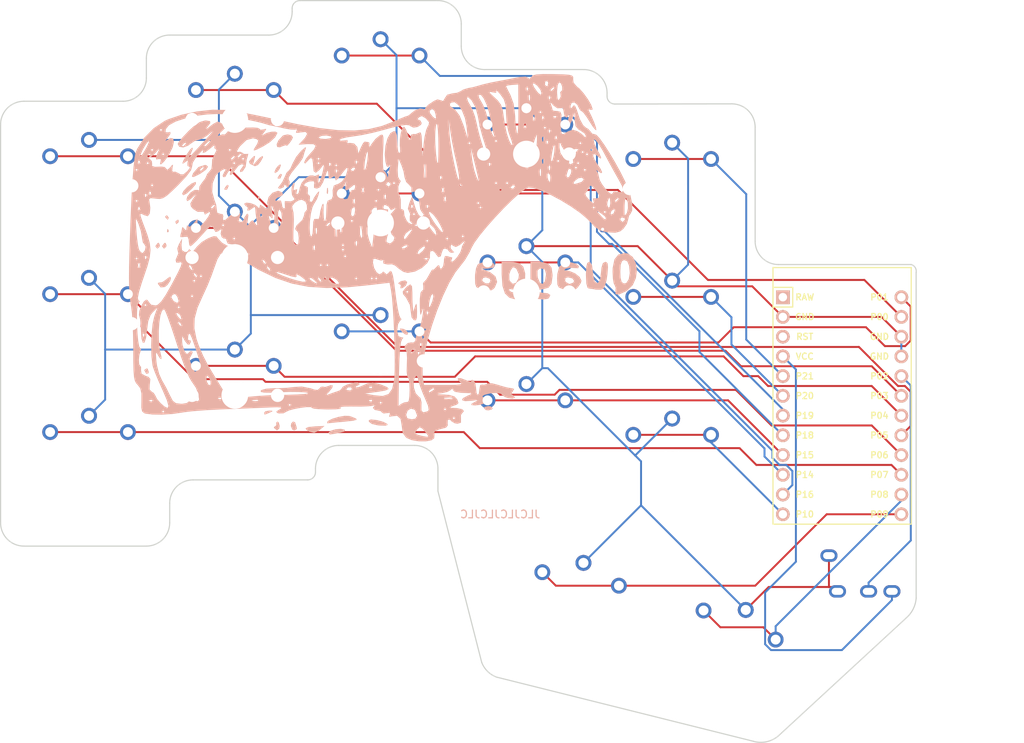
<source format=kicad_pcb>
(kicad_pcb (version 20211014) (generator pcbnew)
  (title_block (title "quagga") (rev "v1.0.0") (company "Unknown"))
  (layers (0 "F.Cu" signal) (31 "B.Cu" signal) (34 "B.Paste" user) (35 "F.Paste" user) (36 "B.SilkS" user "B.Silkscreen") (37 "F.SilkS" user "F.Silkscreen") (38 "B.Mask" user) (39 "F.Mask" user) (44 "Edge.Cuts" user))
  (net 0 "")
  (net 1 "P7")
  (net 2 "GND")
  (net 3 "P6")
  (net 4 "P5")
  (net 5 "P4")
  (net 6 "P3")
  (net 7 "P0")
  (net 8 "P1")
  (net 9 "P19")
  (net 10 "P18")
  (net 11 "P15")
  (net 12 "P14")
  (net 13 "P16")
  (net 14 "P10")
  (net 15 "P20")
  (net 16 "P21")
  (net 17 "P8")
  (net 18 "P9")
  (net 19 "RAW")
  (net 20 "RST")
  (net 21 "VCC")
  (net 22 "P2")
  (footprint "PG1350" (layer "F.Cu") (at 122.555 160.02 -10)
    (fp_text reference "S17" hide)
    (fp_text value "" hide)
    (pad "" np_thru_hole circle locked (at 5.5 0 270) (size 1.7018 1.7018) (drill 1.7018) (layers *.Cu *.Mask))
    (pad "" np_thru_hole circle locked (at 0 0 270) (size 3.429 3.429) (drill 3.429) (layers *.Cu *.Mask))
    (pad "" np_thru_hole circle locked (at -5.5 0 270) (size 1.7018 1.7018) (drill 1.7018) (layers *.Cu *.Mask))
    (pad "1" thru_hole circle locked (at -5 -3.8 270) (size 2.032 2.032) (drill 1.27) (layers *.Cu *.Mask) (net 18 "P9"))
    (pad "1" thru_hole circle locked (at 5 -3.8 270) (size 2.032 2.032) (drill 1.27) (layers *.Cu *.Mask) (net 18 "P9"))
    (pad "2" thru_hole circle locked (at 0 -5.9 270) (size 2.032 2.032) (drill 1.27) (layers *.Cu *.Mask) (net 2 "GND"))
    (pad "2" thru_hole circle locked (at 0 -5.9 270) (size 2.032 2.032) (drill 1.27) (layers *.Cu *.Mask) (net 2 "GND"))
  )
  (footprint "PG1350" (layer "F.Cu") (at 59.99 141.175)
    (fp_text reference "S1" hide)
    (fp_text value "" hide)
    (pad "" np_thru_hole circle locked (at 0 0) (size 3.429 3.429) (drill 3.429) (layers *.Cu *.Mask))
    (pad "" np_thru_hole circle locked (at -5.5 0) (size 1.7018 1.7018) (drill 1.7018) (layers *.Cu *.Mask))
    (pad "" np_thru_hole circle locked (at 5.5 0) (size 1.7018 1.7018) (drill 1.7018) (layers *.Cu *.Mask))
    (pad "1" thru_hole circle locked (at 5 -3.8) (size 2.032 2.032) (drill 1.27) (layers *.Cu *.Mask) (net 1 "P7"))
    (pad "1" thru_hole circle locked (at -5 -3.8) (size 2.032 2.032) (drill 1.27) (layers *.Cu *.Mask) (net 1 "P7"))
    (pad "2" thru_hole circle locked (at 0 -5.9) (size 2.032 2.032) (drill 1.27) (layers *.Cu *.Mask) (net 2 "GND"))
    (pad "2" thru_hole circle locked (at 0 -5.9) (size 2.032 2.032) (drill 1.27) (layers *.Cu *.Mask) (net 2 "GND"))
  )
  (footprint "PG1350" (layer "F.Cu") (at 97.49 128.2175)
    (fp_text reference "S7" hide)
    (fp_text value "" hide)
    (pad "" np_thru_hole circle locked (at 5.5 0) (size 1.7018 1.7018) (drill 1.7018) (layers *.Cu *.Mask))
    (pad "" np_thru_hole circle locked (at 0 0) (size 3.429 3.429) (drill 3.429) (layers *.Cu *.Mask))
    (pad "" np_thru_hole circle locked (at -5.5 0) (size 1.7018 1.7018) (drill 1.7018) (layers *.Cu *.Mask))
    (pad "1" thru_hole circle locked (at -5 -3.8) (size 2.032 2.032) (drill 1.27) (layers *.Cu *.Mask) (net 8 "P1"))
    (pad "1" thru_hole circle locked (at 5 -3.8) (size 2.032 2.032) (drill 1.27) (layers *.Cu *.Mask) (net 8 "P1"))
    (pad "2" thru_hole circle locked (at 0 -5.9) (size 2.032 2.032) (drill 1.27) (layers *.Cu *.Mask) (net 2 "GND"))
    (pad "2" thru_hole circle locked (at 0 -5.9) (size 2.032 2.032) (drill 1.27) (layers *.Cu *.Mask) (net 2 "GND"))
  )
  (footprint "PG1350" (layer "F.Cu") (at 59.99 105.675)
    (fp_text reference "S3" hide)
    (fp_text value "" hide)
    (pad "" np_thru_hole circle locked (at 5.5 0) (size 1.7018 1.7018) (drill 1.7018) (layers *.Cu *.Mask))
    (pad "" np_thru_hole circle locked (at 0 0) (size 3.429 3.429) (drill 3.429) (layers *.Cu *.Mask))
    (pad "" np_thru_hole circle locked (at -5.5 0) (size 1.7018 1.7018) (drill 1.7018) (layers *.Cu *.Mask))
    (pad "1" thru_hole circle locked (at -5 -3.8) (size 2.032 2.032) (drill 1.27) (layers *.Cu *.Mask) (net 4 "P5"))
    (pad "1" thru_hole circle locked (at 5 -3.8) (size 2.032 2.032) (drill 1.27) (layers *.Cu *.Mask) (net 4 "P5"))
    (pad "2" thru_hole circle locked (at 0 -5.9) (size 2.032 2.032) (drill 1.27) (layers *.Cu *.Mask) (net 2 "GND"))
    (pad "2" thru_hole circle locked (at 0 -5.9) (size 2.032 2.032) (drill 1.27) (layers *.Cu *.Mask) (net 2 "GND"))
  )
  (footprint "PG1350" (layer "F.Cu") (at 134.99 123.78)
    (fp_text reference "S14" hide)
    (fp_text value "" hide)
    (pad "" np_thru_hole circle locked (at 5.5 0) (size 1.7018 1.7018) (drill 1.7018) (layers *.Cu *.Mask))
    (pad "" np_thru_hole circle locked (at -5.5 0) (size 1.7018 1.7018) (drill 1.7018) (layers *.Cu *.Mask))
    (pad "" np_thru_hole circle locked (at 0 0) (size 3.429 3.429) (drill 3.429) (layers *.Cu *.Mask))
    (pad "1" thru_hole circle locked (at -5 -3.8) (size 2.032 2.032) (drill 1.27) (layers *.Cu *.Mask) (net 15 "P20"))
    (pad "1" thru_hole circle locked (at 5 -3.8) (size 2.032 2.032) (drill 1.27) (layers *.Cu *.Mask) (net 15 "P20"))
    (pad "2" thru_hole circle locked (at 0 -5.9) (size 2.032 2.032) (drill 1.27) (layers *.Cu *.Mask) (net 2 "GND"))
    (pad "2" thru_hole circle locked (at 0 -5.9) (size 2.032 2.032) (drill 1.27) (layers *.Cu *.Mask) (net 2 "GND"))
  )
  (footprint "PG1350" (layer "F.Cu") (at 78.74 97.155)
    (fp_text reference "S6" hide)
    (fp_text value "" hide)
    (pad "" np_thru_hole circle locked (at 0 0) (size 3.429 3.429) (drill 3.429) (layers *.Cu *.Mask))
    (pad "" np_thru_hole circle locked (at 5.5 0) (size 1.7018 1.7018) (drill 1.7018) (layers *.Cu *.Mask))
    (pad "" np_thru_hole circle locked (at -5.5 0) (size 1.7018 1.7018) (drill 1.7018) (layers *.Cu *.Mask))
    (pad "1" thru_hole circle locked (at -5 -3.8) (size 2.032 2.032) (drill 1.27) (layers *.Cu *.Mask) (net 7 "P0"))
    (pad "1" thru_hole circle locked (at 5 -3.8) (size 2.032 2.032) (drill 1.27) (layers *.Cu *.Mask) (net 7 "P0"))
    (pad "2" thru_hole circle locked (at 0 -5.9) (size 2.032 2.032) (drill 1.27) (layers *.Cu *.Mask) (net 2 "GND"))
    (pad "2" thru_hole circle locked (at 0 -5.9) (size 2.032 2.032) (drill 1.27) (layers *.Cu *.Mask) (net 2 "GND"))
  )
  (footprint "PG1350" (layer "F.Cu") (at 97.49 92.7175)
    (fp_text reference "S9" hide)
    (fp_text value "" hide)
    (pad "" np_thru_hole circle locked (at -5.5 0) (size 1.7018 1.7018) (drill 1.7018) (layers *.Cu *.Mask))
    (pad "" np_thru_hole circle locked (at 0 0) (size 3.429 3.429) (drill 3.429) (layers *.Cu *.Mask))
    (pad "" np_thru_hole circle locked (at 5.5 0) (size 1.7018 1.7018) (drill 1.7018) (layers *.Cu *.Mask))
    (pad "1" thru_hole circle locked (at -5 -3.8) (size 2.032 2.032) (drill 1.27) (layers *.Cu *.Mask) (net 10 "P18"))
    (pad "1" thru_hole circle locked (at 5 -3.8) (size 2.032 2.032) (drill 1.27) (layers *.Cu *.Mask) (net 10 "P18"))
    (pad "2" thru_hole circle locked (at 0 -5.9) (size 2.032 2.032) (drill 1.27) (layers *.Cu *.Mask) (net 2 "GND"))
    (pad "2" thru_hole circle locked (at 0 -5.9) (size 2.032 2.032) (drill 1.27) (layers *.Cu *.Mask) (net 2 "GND"))
  )
  (footprint "PG1350" (layer "F.Cu") (at 59.99 123.425)
    (fp_text reference "S2" hide)
    (fp_text value "" hide)
    (pad "" np_thru_hole circle locked (at -5.5 0) (size 1.7018 1.7018) (drill 1.7018) (layers *.Cu *.Mask))
    (pad "" np_thru_hole circle locked (at 5.5 0) (size 1.7018 1.7018) (drill 1.7018) (layers *.Cu *.Mask))
    (pad "" np_thru_hole circle locked (at 0 0) (size 3.429 3.429) (drill 3.429) (layers *.Cu *.Mask))
    (pad "1" thru_hole circle locked (at 5 -3.8) (size 2.032 2.032) (drill 1.27) (layers *.Cu *.Mask) (net 3 "P6"))
    (pad "1" thru_hole circle locked (at -5 -3.8) (size 2.032 2.032) (drill 1.27) (layers *.Cu *.Mask) (net 3 "P6"))
    (pad "2" thru_hole circle locked (at 0 -5.9) (size 2.032 2.032) (drill 1.27) (layers *.Cu *.Mask) (net 2 "GND"))
    (pad "2" thru_hole circle locked (at 0 -5.9) (size 2.032 2.032) (drill 1.27) (layers *.Cu *.Mask) (net 2 "GND"))
  )
  (footprint "PG1350" (layer "F.Cu") (at 142.24 165.735 -22)
    (fp_text reference "S16" hide)
    (fp_text value "" hide)
    (pad "" np_thru_hole circle locked (at -5.5 0 180) (size 1.7018 1.7018) (drill 1.7018) (layers *.Cu *.Mask))
    (pad "" np_thru_hole circle locked (at 5.5 0 180) (size 1.7018 1.7018) (drill 1.7018) (layers *.Cu *.Mask))
    (pad "" np_thru_hole circle locked (at 0 0 180) (size 3.429 3.429) (drill 3.429) (layers *.Cu *.Mask))
    (pad "1" thru_hole circle locked (at -5 -3.8 180) (size 2.032 2.032) (drill 1.27) (layers *.Cu *.Mask) (net 17 "P8"))
    (pad "1" thru_hole circle locked (at 5 -3.8 180) (size 2.032 2.032) (drill 1.27) (layers *.Cu *.Mask) (net 17 "P8"))
    (pad "2" thru_hole circle locked (at 0 -5.9 180) (size 2.032 2.032) (drill 1.27) (layers *.Cu *.Mask) (net 2 "GND"))
    (pad "2" thru_hole circle locked (at 0 -5.9 180) (size 2.032 2.032) (drill 1.27) (layers *.Cu *.Mask) (net 2 "GND"))
  )
  (footprint "PG1350" (layer "F.Cu") (at 116.24 101.5925)
    (fp_text reference "S12" hide)
    (fp_text value "" hide)
    (pad "" np_thru_hole circle locked (at 0 0) (size 3.429 3.429) (drill 3.429) (layers *.Cu *.Mask))
    (pad "" np_thru_hole circle locked (at -5.5 0) (size 1.7018 1.7018) (drill 1.7018) (layers *.Cu *.Mask))
    (pad "" np_thru_hole circle locked (at 5.5 0) (size 1.7018 1.7018) (drill 1.7018) (layers *.Cu *.Mask))
    (pad "1" thru_hole circle locked (at 5 -3.8) (size 2.032 2.032) (drill 1.27) (layers *.Cu *.Mask) (net 13 "P16"))
    (pad "1" thru_hole circle locked (at -5 -3.8) (size 2.032 2.032) (drill 1.27) (layers *.Cu *.Mask) (net 13 "P16"))
    (pad "2" thru_hole circle locked (at 0 -5.9) (size 2.032 2.032) (drill 1.27) (layers *.Cu *.Mask) (net 2 "GND"))
    (pad "2" thru_hole circle locked (at 0 -5.9) (size 2.032 2.032) (drill 1.27) (layers *.Cu *.Mask) (net 2 "GND"))
  )
  (footprint "PG1350" (layer "F.Cu") (at 134.99 106.03)
    (fp_text reference "S15" hide)
    (fp_text value "" hide)
    (pad "" np_thru_hole circle locked (at -5.5 0) (size 1.7018 1.7018) (drill 1.7018) (layers *.Cu *.Mask))
    (pad "" np_thru_hole circle locked (at 5.5 0) (size 1.7018 1.7018) (drill 1.7018) (layers *.Cu *.Mask))
    (pad "" np_thru_hole circle locked (at 0 0) (size 3.429 3.429) (drill 3.429) (layers *.Cu *.Mask))
    (pad "1" thru_hole circle locked (at -5 -3.8) (size 2.032 2.032) (drill 1.27) (layers *.Cu *.Mask) (net 16 "P21"))
    (pad "1" thru_hole circle locked (at 5 -3.8) (size 2.032 2.032) (drill 1.27) (layers *.Cu *.Mask) (net 16 "P21"))
    (pad "2" thru_hole circle locked (at 0 -5.9) (size 2.032 2.032) (drill 1.27) (layers *.Cu *.Mask) (net 2 "GND"))
    (pad "2" thru_hole circle locked (at 0 -5.9) (size 2.032 2.032) (drill 1.27) (layers *.Cu *.Mask) (net 2 "GND"))
  )
  (footprint "PG1350" (layer "F.Cu") (at 97.49 110.4675)
    (fp_text reference "S8" hide)
    (fp_text value "" hide)
    (pad "" np_thru_hole circle locked (at 5.5 0) (size 1.7018 1.7018) (drill 1.7018) (layers *.Cu *.Mask))
    (pad "" np_thru_hole circle locked (at -5.5 0) (size 1.7018 1.7018) (drill 1.7018) (layers *.Cu *.Mask))
    (pad "" np_thru_hole circle locked (at 0 0) (size 3.429 3.429) (drill 3.429) (layers *.Cu *.Mask))
    (pad "1" thru_hole circle locked (at -5 -3.8) (size 2.032 2.032) (drill 1.27) (layers *.Cu *.Mask) (net 9 "P19"))
    (pad "1" thru_hole circle locked (at 5 -3.8) (size 2.032 2.032) (drill 1.27) (layers *.Cu *.Mask) (net 9 "P19"))
    (pad "2" thru_hole circle locked (at 0 -5.9) (size 2.032 2.032) (drill 1.27) (layers *.Cu *.Mask) (net 2 "GND"))
    (pad "2" thru_hole circle locked (at 0 -5.9) (size 2.032 2.032) (drill 1.27) (layers *.Cu *.Mask) (net 2 "GND"))
  )
  (footprint "PG1350" (layer "F.Cu") (at 78.74 132.655)
    (fp_text reference "S4" hide)
    (fp_text value "" hide)
    (pad "" np_thru_hole circle locked (at 5.5 0) (size 1.7018 1.7018) (drill 1.7018) (layers *.Cu *.Mask))
    (pad "" np_thru_hole circle locked (at 0 0) (size 3.429 3.429) (drill 3.429) (layers *.Cu *.Mask))
    (pad "" np_thru_hole circle locked (at -5.5 0) (size 1.7018 1.7018) (drill 1.7018) (layers *.Cu *.Mask))
    (pad "1" thru_hole circle locked (at -5 -3.8) (size 2.032 2.032) (drill 1.27) (layers *.Cu *.Mask) (net 5 "P4"))
    (pad "1" thru_hole circle locked (at 5 -3.8) (size 2.032 2.032) (drill 1.27) (layers *.Cu *.Mask) (net 5 "P4"))
    (pad "2" thru_hole circle locked (at 0 -5.9) (size 2.032 2.032) (drill 1.27) (layers *.Cu *.Mask) (net 2 "GND"))
    (pad "2" thru_hole circle locked (at 0 -5.9) (size 2.032 2.032) (drill 1.27) (layers *.Cu *.Mask) (net 2 "GND"))
  )
  (footprint "TRRS-PJ-320A-dual" (layer "F.Cu") (at 166.4525 157.875 -90)
    (fp_text reference "REF**")
    (fp_text value "TRRS-PJ-320A-dual")
    (pad "" np_thru_hole circle locked (at -2.3 8.6) (size 1.5 1.5) (drill 1.5) (layers *.Cu *.Mask))
    (pad "" np_thru_hole circle locked (at -2.3 1.6) (size 1.5 1.5) (drill 1.5) (layers *.Cu *.Mask))
    (pad "1" thru_hole oval locked (at -4.6 11.3 270) (size 1.6 2.2) (drill oval 0.9 1.5) (layers *.Cu *.Mask) (net 2 "GND"))
    (pad "2" thru_hole oval locked (at 0 10.2 270) (size 1.6 2.2) (drill oval 0.9 1.5) (layers *.Cu *.Mask) (net 2 "GND"))
    (pad "3" thru_hole oval locked (at 0 6.2 270) (size 1.6 2.2) (drill oval 0.9 1.5) (layers *.Cu *.Mask) (net 22 "P2"))
    (pad "4" thru_hole oval locked (at 0 3.2 270) (size 1.6 2.2) (drill oval 0.9 1.5) (layers *.Cu *.Mask) (net 21 "VCC"))
  )
  (footprint "PG1350" (layer "F.Cu") (at 134.99 141.53)
    (fp_text reference "S13" hide)
    (fp_text value "" hide)
    (pad "" np_thru_hole circle locked (at -5.5 0) (size 1.7018 1.7018) (drill 1.7018) (layers *.Cu *.Mask))
    (pad "" np_thru_hole circle locked (at 0 0) (size 3.429 3.429) (drill 3.429) (layers *.Cu *.Mask))
    (pad "" np_thru_hole circle locked (at 5.5 0) (size 1.7018 1.7018) (drill 1.7018) (layers *.Cu *.Mask))
    (pad "1" thru_hole circle locked (at 5 -3.8) (size 2.032 2.032) (drill 1.27) (layers *.Cu *.Mask) (net 14 "P10"))
    (pad "1" thru_hole circle locked (at -5 -3.8) (size 2.032 2.032) (drill 1.27) (layers *.Cu *.Mask) (net 14 "P10"))
    (pad "2" thru_hole circle locked (at 0 -5.9) (size 2.032 2.032) (drill 1.27) (layers *.Cu *.Mask) (net 2 "GND"))
    (pad "2" thru_hole circle locked (at 0 -5.9) (size 2.032 2.032) (drill 1.27) (layers *.Cu *.Mask) (net 2 "GND"))
  )
  (footprint "PG1350" (layer "F.Cu") (at 116.24 137.0925)
    (fp_text reference "S10" hide)
    (fp_text value "" hide)
    (pad "" np_thru_hole circle locked (at 5.5 0) (size 1.7018 1.7018) (drill 1.7018) (layers *.Cu *.Mask))
    (pad "" np_thru_hole circle locked (at 0 0) (size 3.429 3.429) (drill 3.429) (layers *.Cu *.Mask))
    (pad "" np_thru_hole circle locked (at -5.5 0) (size 1.7018 1.7018) (drill 1.7018) (layers *.Cu *.Mask))
    (pad "1" thru_hole circle locked (at 5 -3.8) (size 2.032 2.032) (drill 1.27) (layers *.Cu *.Mask) (net 11 "P15"))
    (pad "1" thru_hole circle locked (at -5 -3.8) (size 2.032 2.032) (drill 1.27) (layers *.Cu *.Mask) (net 11 "P15"))
    (pad "2" thru_hole circle locked (at 0 -5.9) (size 2.032 2.032) (drill 1.27) (layers *.Cu *.Mask) (net 2 "GND"))
    (pad "2" thru_hole circle locked (at 0 -5.9) (size 2.032 2.032) (drill 1.27) (layers *.Cu *.Mask) (net 2 "GND"))
  )
  (footprint "ProMicro" (layer "F.Cu") (at 156.845 133.985 -90)
    (fp_text reference "MCU1" hide)
    (fp_text value "" hide)
    (fp_text user "VCC" (at -6.35 4.8) (layer "F.SilkS") (effects (font (size 0.8 0.8))))
    (fp_text user "P02" (at -3.81 -4.8) (layer "F.SilkS") (effects (font (size 0.8 0.8))))
    (fp_text user "P00" (at -11.43 -4.8) (layer "F.SilkS") (effects (font (size 0.8 0.8))))
    (fp_text user "P20" (at -1.27 4.8) (layer "F.SilkS") (effects (font (size 0.8 0.8))))
    (fp_text user "GND" (at -11.43 4.8) (layer "F.SilkS") (effects (font (size 0.8 0.8))))
    (fp_text user "P14" (at 8.89 4.8) (layer "F.SilkS") (effects (font (size 0.8 0.8))))
    (fp_text user "P01" (at -13.97 -4.8) (layer "F.SilkS") (effects (font (size 0.8 0.8))))
    (fp_text user "P06" (at 6.35 -4.8) (layer "F.SilkS") (effects (font (size 0.8 0.8))))
    (fp_text user "P18" (at 3.81 4.8) (layer "F.SilkS") (effects (font (size 0.8 0.8))))
    (fp_text user "P15" (at 6.35 4.8) (layer "F.SilkS") (effects (font (size 0.8 0.8))))
    (fp_text user "RAW" (at -13.97 4.8) (layer "F.SilkS") (effects (font (size 0.8 0.8))))
    (fp_text user "RST" (at -8.89 4.8) (layer "F.SilkS") (effects (font (size 0.8 0.8))))
    (fp_text user "P04" (at 1.27 -4.8) (layer "F.SilkS") (effects (font (size 0.8 0.8))))
    (fp_text user "GND" (at -8.89 -4.8) (layer "F.SilkS") (effects (font (size 0.8 0.8))))
    (fp_text user "P09" (at 13.97 -4.8) (layer "F.SilkS") (effects (font (size 0.8 0.8))))
    (fp_text user "GND" (at -6.35 -4.8) (layer "F.SilkS") (effects (font (size 0.8 0.8))))
    (fp_text user "P05" (at 3.81 -4.8) (layer "F.SilkS") (effects (font (size 0.8 0.8))))
    (fp_text user "P10" (at 13.97 4.8) (layer "F.SilkS") (effects (font (size 0.8 0.8))))
    (fp_text user "P21" (at -3.81 4.8) (layer "F.SilkS") (effects (font (size 0.8 0.8))))
    (fp_text user "P03" (at -1.27 -4.8) (layer "F.SilkS") (effects (font (size 0.8 0.8))))
    (fp_text user "P07" (at 8.89 -4.8) (layer "F.SilkS") (effects (font (size 0.8 0.8))))
    (fp_text user "P16" (at 11.43 4.8) (layer "F.SilkS") (effects (font (size 0.8 0.8))))
    (fp_text user "P19" (at 1.27 4.8) (layer "F.SilkS") (effects (font (size 0.8 0.8))))
    (fp_text user "P08" (at 11.43 -4.8) (layer "F.SilkS") (effects (font (size 0.8 0.8))))
    (pad "1" thru_hole rect locked (at -13.97 7.62 270) (size 1.7526 1.7526) (drill 1.0922) (layers *.Cu *.SilkS *.Mask) (net 19 "RAW"))
    (pad "2" thru_hole circle locked (at -11.43 7.62) (size 1.7526 1.7526) (drill 1.0922) (layers *.Cu *.SilkS *.Mask) (net 2 "GND"))
    (pad "3" thru_hole circle locked (at -8.89 7.62) (size 1.7526 1.7526) (drill 1.0922) (layers *.Cu *.SilkS *.Mask) (net 20 "RST"))
    (pad "4" thru_hole circle locked (at -6.35 7.62) (size 1.7526 1.7526) (drill 1.0922) (layers *.Cu *.SilkS *.Mask) (net 21 "VCC"))
    (pad "5" thru_hole circle locked (at -3.81 7.62) (size 1.7526 1.7526) (drill 1.0922) (layers *.Cu *.SilkS *.Mask) (net 16 "P21"))
    (pad "6" thru_hole circle locked (at -1.27 7.62) (size 1.7526 1.7526) (drill 1.0922) (layers *.Cu *.SilkS *.Mask) (net 15 "P20"))
    (pad "7" thru_hole circle locked (at 1.27 7.62) (size 1.7526 1.7526) (drill 1.0922) (layers *.Cu *.SilkS *.Mask) (net 9 "P19"))
    (pad "8" thru_hole circle locked (at 3.81 7.62) (size 1.7526 1.7526) (drill 1.0922) (layers *.Cu *.SilkS *.Mask) (net 10 "P18"))
    (pad "9" thru_hole circle locked (at 6.35 7.62) (size 1.7526 1.7526) (drill 1.0922) (layers *.Cu *.SilkS *.Mask) (net 11 "P15"))
    (pad "10" thru_hole circle locked (at 8.89 7.62) (size 1.7526 1.7526) (drill 1.0922) (layers *.Cu *.SilkS *.Mask) (net 12 "P14"))
    (pad "11" thru_hole circle locked (at 11.43 7.62) (size 1.7526 1.7526) (drill 1.0922) (layers *.Cu *.SilkS *.Mask) (net 13 "P16"))
    (pad "12" thru_hole circle locked (at 13.97 7.62) (size 1.7526 1.7526) (drill 1.0922) (layers *.Cu *.SilkS *.Mask) (net 14 "P10"))
    (pad "13" thru_hole circle locked (at -13.97 -7.62) (size 1.7526 1.7526) (drill 1.0922) (layers *.Cu *.SilkS *.Mask) (net 8 "P1"))
    (pad "14" thru_hole circle locked (at -11.43 -7.62) (size 1.7526 1.7526) (drill 1.0922) (layers *.Cu *.SilkS *.Mask) (net 7 "P0"))
    (pad "15" thru_hole circle locked (at -8.89 -7.62) (size 1.7526 1.7526) (drill 1.0922) (layers *.Cu *.SilkS *.Mask) (net 2 "GND"))
    (pad "16" thru_hole circle locked (at -6.35 -7.62) (size 1.7526 1.7526) (drill 1.0922) (layers *.Cu *.SilkS *.Mask) (net 2 "GND"))
    (pad "17" thru_hole circle locked (at -3.81 -7.62) (size 1.7526 1.7526) (drill 1.0922) (layers *.Cu *.SilkS *.Mask) (net 22 "P2"))
    (pad "18" thru_hole circle locked (at -1.27 -7.62) (size 1.7526 1.7526) (drill 1.0922) (layers *.Cu *.SilkS *.Mask) (net 6 "P3"))
    (pad "19" thru_hole circle locked (at 1.27 -7.62) (size 1.7526 1.7526) (drill 1.0922) (layers *.Cu *.SilkS *.Mask) (net 5 "P4"))
    (pad "20" thru_hole circle locked (at 3.81 -7.62) (size 1.7526 1.7526) (drill 1.0922) (layers *.Cu *.SilkS *.Mask) (net 4 "P5"))
    (pad "21" thru_hole circle locked (at 6.35 -7.62) (size 1.7526 1.7526) (drill 1.0922) (layers *.Cu *.SilkS *.Mask) (net 3 "P6"))
    (pad "22" thru_hole circle locked (at 8.89 -7.62) (size 1.7526 1.7526) (drill 1.0922) (layers *.Cu *.SilkS *.Mask) (net 1 "P7"))
    (pad "23" thru_hole circle locked (at 11.43 -7.62) (size 1.7526 1.7526) (drill 1.0922) (layers *.Cu *.SilkS *.Mask) (net 17 "P8"))
    (pad "24" thru_hole circle locked (at 13.97 -7.62) (size 1.7526 1.7526) (drill 1.0922) (layers *.Cu *.SilkS *.Mask) (net 18 "P9"))
  )
  (footprint "PG1350" (layer "F.Cu") (at 78.74 114.905)
    (fp_text reference "S5" hide)
    (fp_text value "" hide)
    (pad "" np_thru_hole circle locked (at 5.5 0) (size 1.7018 1.7018) (drill 1.7018) (layers *.Cu *.Mask))
    (pad "" np_thru_hole circle locked (at -5.5 0) (size 1.7018 1.7018) (drill 1.7018) (layers *.Cu *.Mask))
    (pad "" np_thru_hole circle locked (at 0 0) (size 3.429 3.429) (drill 3.429) (layers *.Cu *.Mask))
    (pad "1" thru_hole circle locked (at 5 -3.8) (size 2.032 2.032) (drill 1.27) (layers *.Cu *.Mask) (net 6 "P3"))
    (pad "1" thru_hole circle locked (at -5 -3.8) (size 2.032 2.032) (drill 1.27) (layers *.Cu *.Mask) (net 6 "P3"))
    (pad "2" thru_hole circle locked (at 0 -5.9) (size 2.032 2.032) (drill 1.27) (layers *.Cu *.Mask) (net 2 "GND"))
    (pad "2" thru_hole circle locked (at 0 -5.9) (size 2.032 2.032) (drill 1.27) (layers *.Cu *.Mask) (net 2 "GND"))
  )
  (footprint "PG1350" (layer "F.Cu") (at 116.24 119.3425)
    (fp_text reference "S11" hide)
    (fp_text value "" hide)
    (pad "" np_thru_hole circle locked (at 0 0) (size 3.429 3.429) (drill 3.429) (layers *.Cu *.Mask))
    (pad "" np_thru_hole circle locked (at 5.5 0) (size 1.7018 1.7018) (drill 1.7018) (layers *.Cu *.Mask))
    (pad "" np_thru_hole circle locked (at -5.5 0) (size 1.7018 1.7018) (drill 1.7018) (layers *.Cu *.Mask))
    (pad "1" thru_hole circle locked (at -5 -3.8) (size 2.032 2.032) (drill 1.27) (layers *.Cu *.Mask) (net 12 "P14"))
    (pad "1" thru_hole circle locked (at 5 -3.8) (size 2.032 2.032) (drill 1.27) (layers *.Cu *.Mask) (net 12 "P14"))
    (pad "2" thru_hole circle locked (at 0 -5.9) (size 2.032 2.032) (drill 1.27) (layers *.Cu *.Mask) (net 2 "GND"))
    (pad "2" thru_hole circle locked (at 0 -5.9) (size 2.032 2.032) (drill 1.27) (layers *.Cu *.Mask) (net 2 "GND"))
  )
  (footprint "Button_Switch_Keyboard:silkscreen" (layer "B.Cu") (at 73.382666 136.586917 180)
    (fp_text reference "G***" hide)
    (fp_text value "LOGO" hide)
  )
  (gr_arc (start 142.65868 95.134396) (mid 144.78 96.013076) (end 145.65868 98.134396) (layer "Edge.Cuts") (width 0.15))
  (gr_line (start 104.865 144.9675) (end 104.865 142.0925) (layer "Edge.Cuts") (width 0.15))
  (gr_arc (start 127.615 95.155) (mid 126.907893 94.862107) (end 126.615 94.155) (layer "Edge.Cuts") (width 0.15))
  (gr_arc (start 104.865 81.8425) (mid 106.98632 82.72118) (end 107.865 84.8425) (layer "Edge.Cuts") (width 0.15))
  (gr_arc (start 165.735 115.81368) (mid 166.249557 116.204343) (end 166.365 116.84) (layer "Edge.Cuts") (width 0.15))
  (gr_arc (start 86.115 83.28) (mid 85.23632 85.40132) (end 83.115 86.28) (layer "Edge.Cuts") (width 0.15))
  (gr_line (start 126.615 93.7175) (end 126.615 94.155) (layer "Edge.Cuts") (width 0.15))
  (gr_line (start 67.365 91.8) (end 67.365 89.28) (layer "Edge.Cuts") (width 0.15))
  (gr_line (start 87.115 81.8425) (end 104.865 81.8425) (layer "Edge.Cuts") (width 0.15))
  (gr_arc (start 110.865 90.7175) (mid 108.74368 89.83882) (end 107.865 87.7175) (layer "Edge.Cuts") (width 0.15))
  (gr_line (start 148.661973 115.81368) (end 165.735 115.81368) (layer "Edge.Cuts") (width 0.15))
  (gr_arc (start 67.365 89.28) (mid 68.24368 87.15868) (end 70.365 86.28) (layer "Edge.Cuts") (width 0.15))
  (gr_arc (start 166.37 158.75) (mid 165.986467 160.145733) (end 165.1 161.29) (layer "Edge.Cuts") (width 0.15))
  (gr_arc (start 89.115 142.0925) (mid 89.99368 139.97118) (end 92.115 139.0925) (layer "Edge.Cuts") (width 0.15))
  (gr_arc (start 112.395 168.91) (mid 111.237867 168.162133) (end 110.49 167.005) (layer "Edge.Cuts") (width 0.15))
  (gr_arc (start 70.365 149.05) (mid 69.48632 151.17132) (end 67.365 152.05) (layer "Edge.Cuts") (width 0.15))
  (gr_arc (start 86.115 82.8425) (mid 86.407893 82.135393) (end 87.115 81.8425) (layer "Edge.Cuts") (width 0.15))
  (gr_line (start 148.59 176.53) (end 165.1 161.29) (layer "Edge.Cuts") (width 0.15))
  (gr_line (start 107.865 84.8425) (end 107.865 87.7175) (layer "Edge.Cuts") (width 0.15))
  (gr_line (start 89.115 142.0925) (end 89.115 142.53) (layer "Edge.Cuts") (width 0.15))
  (gr_line (start 48.615 149.05) (end 48.615 97.8) (layer "Edge.Cuts") (width 0.15))
  (gr_arc (start 67.365 91.8) (mid 66.48632 93.92132) (end 64.365 94.8) (layer "Edge.Cuts") (width 0.15))
  (gr_arc (start 89.115 142.53) (mid 88.822107 143.237107) (end 88.115 143.53) (layer "Edge.Cuts") (width 0.15))
  (gr_arc (start 48.615 97.8) (mid 49.49368 95.67868) (end 51.615 94.8) (layer "Edge.Cuts") (width 0.15))
  (gr_line (start 110.49 167.005) (end 104.865 144.9675) (layer "Edge.Cuts") (width 0.15))
  (gr_arc (start 148.59 176.53) (mid 147.080339 177.236693) (end 145.415 177.165) (layer "Edge.Cuts") (width 0.15))
  (gr_line (start 145.65868 98.134396) (end 145.661973 112.81368) (layer "Edge.Cuts") (width 0.15))
  (gr_line (start 73.365 143.53) (end 88.115 143.53) (layer "Edge.Cuts") (width 0.15))
  (gr_arc (start 148.661973 115.81368) (mid 146.540653 114.935) (end 145.661973 112.81368) (layer "Edge.Cuts") (width 0.15))
  (gr_line (start 92.115 139.0925) (end 101.865 139.0925) (layer "Edge.Cuts") (width 0.15))
  (gr_line (start 166.37 158.75) (end 166.365 116.84) (layer "Edge.Cuts") (width 0.15))
  (gr_line (start 112.395 168.91) (end 145.415 177.165) (layer "Edge.Cuts") (width 0.15))
  (gr_line (start 51.615 152.05) (end 67.365 152.05) (layer "Edge.Cuts") (width 0.15))
  (gr_arc (start 51.615 152.05) (mid 49.49368 151.17132) (end 48.615 149.05) (layer "Edge.Cuts") (width 0.15))
  (gr_line (start 110.865 90.7175) (end 123.615 90.7175) (layer "Edge.Cuts") (width 0.15))
  (gr_line (start 127.615 95.155) (end 142.65868 95.134396) (layer "Edge.Cuts") (width 0.15))
  (gr_line (start 51.615 94.8) (end 64.365 94.8) (layer "Edge.Cuts") (width 0.15))
  (gr_line (start 86.115 83.28) (end 86.115 82.8425) (layer "Edge.Cuts") (width 0.15))
  (gr_arc (start 70.365 146.53) (mid 71.24368 144.40868) (end 73.365 143.53) (layer "Edge.Cuts") (width 0.15))
  (gr_line (start 70.365 86.28) (end 83.115 86.28) (layer "Edge.Cuts") (width 0.15))
  (gr_arc (start 101.865 139.0925) (mid 103.98632 139.97118) (end 104.865 142.0925) (layer "Edge.Cuts") (width 0.15))
  (gr_arc (start 123.615 90.7175) (mid 125.73632 91.59618) (end 126.615 93.7175) (layer "Edge.Cuts") (width 0.15))
  (gr_line (start 70.365 146.53) (end 70.365 149.05) (layer "Edge.Cuts") (width 0.15))
  (gr_text "JLCJLCJLCJLC" (at 118.11 147.955) (layer "B.SilkS") (effects (font (size 1 1)) (justify left mirror)))
  (segment (start 164.465 142.875) (end 163.195 141.605) (width 0.25) (layer "F.Cu") (net 1))
  (segment (start 108.1821 137.375) (end 64.99 137.375) (width 0.25) (layer "F.Cu") (net 1))
  (segment (start 163.195 141.605) (end 145.8176 141.605) (width 0.25) (layer "F.Cu") (net 1))
  (segment (start 143.6562 139.4436) (end 110.2507 139.4436) (width 0.25) (layer "F.Cu") (net 1))
  (segment (start 54.99 137.375) (end 64.99 137.375) (width 0.25) (layer "F.Cu") (net 1))
  (segment (start 110.2507 139.4436) (end 108.1821 137.375) (width 0.25) (layer "F.Cu") (net 1))
  (segment (start 145.8176 141.605) (end 143.6562 139.4436) (width 0.25) (layer "F.Cu") (net 1))
  (segment (start 155.1525 157.3123) (end 147.4025 157.3123) (width 0.25) (layer "F.Cu") (net 2))
  (segment (start 147.4025 157.3123) (end 144.4502 160.2646) (width 0.25) (layer "F.Cu") (net 2))
  (segment (start 149.225 122.555) (end 145.2899 118.6199) (width 0.25) (layer "F.Cu") (net 2))
  (segment (start 156.2525 157.3123) (end 155.1525 157.3123) (width 0.25) (layer "F.Cu") (net 2))
  (segment (start 130.5525 113.4425) (end 134.99 117.88) (width 0.25) (layer "F.Cu") (net 2))
  (segment (start 155.1525 157.3123) (end 155.1525 154.4003) (width 0.25) (layer "F.Cu") (net 2))
  (segment (start 155.1525 153.275) (end 155.1525 154.4003) (width 0.25) (layer "F.Cu") (net 2))
  (segment (start 161.925 122.555) (end 149.225 122.555) (width 0.25) (layer "F.Cu") (net 2))
  (segment (start 145.2899 118.6199) (end 135.7299 118.6199) (width 0.25) (layer "F.Cu") (net 2))
  (segment (start 164.465 125.095) (end 161.925 122.555) (width 0.25) (layer "F.Cu") (net 2))
  (segment (start 116.24 113.4425) (end 130.5525 113.4425) (width 0.25) (layer "F.Cu") (net 2))
  (segment (start 135.7299 118.6199) (end 134.99 117.88) (width 0.25) (layer "F.Cu") (net 2))
  (segment (start 156.2525 157.875) (end 156.2525 157.3123) (width 0.25) (layer "F.Cu") (net 2))
  (segment (start 86.9661 104.5675) (end 80.7995 110.7341) (width 0.25) (layer "B.Cu") (net 2))
  (segment (start 80.7995 110.7341) (end 80.4691 110.7341) (width 0.25) (layer "B.Cu") (net 2))
  (segment (start 97.49 104.5675) (end 86.9661 104.5675) (width 0.25) (layer "B.Cu") (net 2))
  (segment (start 62.0634 126.755) (end 78.74 126.755) (width 0.25) (layer "B.Cu") (net 2))
  (segment (start 118.2828 129.1497) (end 118.9945 129.1497) (width 0.25) (layer "B.Cu") (net 2))
  (segment (start 137.0379 102.1779) (end 134.99 100.13) (width 0.25) (layer "B.Cu") (net 2))
  (segment (start 130.9874 146.8017) (end 123.5795 154.2096) (width 0.25) (layer "B.Cu") (net 2))
  (segment (start 164.465 127.635) (end 164.465 125.095) (width 0.25) (layer "B.Cu") (net 2))
  (segment (start 99.5379 95.6925) (end 99.5379 102.5196) (width 0.25) (layer "B.Cu") (net 2))
  (segment (start 80.4691 110.7341) (end 78.74 109.005) (width 0.25) (layer "B.Cu") (net 2))
  (segment (start 59.99 99.775) (end 76.6921 99.775) (width 0.25) (layer "B.Cu") (net 2))
  (segment (start 118.2828 115.4853) (end 118.2828 129.1497) (width 0.25) (layer "B.Cu") (net 2))
  (segment (start 99.5379 102.5196) (end 97.49 104.5675) (width 0.25) (layer "B.Cu") (net 2))
  (segment (start 80.7995 122.3175) (end 80.7995 124.6955) (width 0.25) (layer "B.Cu") (net 2))
  (segment (start 134.99 117.88) (end 137.0379 115.8321) (width 0.25) (layer "B.Cu") (net 2))
  (segment (start 80.7995 110.7341) (end 80.7995 122.3175) (width 0.25) (layer "B.Cu") (net 2))
  (segment (start 134.99 135.63) (end 130.2324 140.3876) (width 0.25) (layer "B.Cu") (net 2))
  (segment (start 62.0634 133.2016) (end 59.99 135.275) (width 0.25) (layer "B.Cu") (net 2))
  (segment (start 76.6921 99.775) (end 76.6921 106.9571) (width 0.25) (layer "B.Cu") (net 2))
  (segment (start 76.6921 93.3029) (end 76.6921 99.775) (width 0.25) (layer "B.Cu") (net 2))
  (segment (start 62.0634 126.755) (end 62.0634 133.2016) (width 0.25) (layer "B.Cu") (net 2))
  (segment (start 116.24 113.4425) (end 118.2828 115.4853) (width 0.25) (layer "B.Cu") (net 2))
  (segment (start 59.99 117.525) (end 62.0634 119.5984) (width 0.25) (layer "B.Cu") (net 2))
  (segment (start 76.6921 106.9571) (end 78.74 109.005) (width 0.25) (layer "B.Cu") (net 2))
  (segment (start 80.7995 124.6955) (end 78.74 126.755) (width 0.25) (layer "B.Cu") (net 2))
  (segment (start 62.0634 119.5984) (end 62.0634 126.755) (width 0.25) (layer "B.Cu") (net 2))
  (segment (start 99.5379 95.6925) (end 116.24 95.6925) (width 0.25) (layer "B.Cu") (net 2))
  (segment (start 137.0379 115.8321) (end 137.0379 102.1779) (width 0.25) (layer "B.Cu") (net 2))
  (segment (start 118.2828 129.1497) (end 116.24 131.1925) (width 0.25) (layer "B.Cu") (net 2))
  (segment (start 144.4502 160.2646) (end 130.9874 146.8017) (width 0.25) (layer "B.Cu") (net 2))
  (segment (start 78.74 91.255) (end 76.6921 93.3029) (width 0.25) (layer "B.Cu") (net 2))
  (segment (start 130.2324 140.3876) (end 130.9873 141.1425) (width 0.25) (layer "B.Cu") (net 2))
  (segment (start 116.24 113.4425) (end 118.2879 111.3946) (width 0.25) (layer "B.Cu") (net 2))
  (segment (start 99.5379 95.6925) (end 99.5379 88.8654) (width 0.25) (layer "B.Cu") (net 2))
  (segment (start 80.7995 122.3175) (end 97.49 122.3175) (width 0.25) (layer "B.Cu") (net 2))
  (segment (start 130.9873 146.8017) (end 130.9874 146.8017) (width 0.25) (layer "B.Cu") (net 2))
  (segment (start 118.2879 97.7404) (end 116.24 95.6925) (width 0.25) (layer "B.Cu") (net 2))
  (segment (start 118.9945 129.1497) (end 130.2324 140.3876) (width 0.25) (layer "B.Cu") (net 2))
  (segment (start 118.2879 111.3946) (end 118.2879 97.7404) (width 0.25) (layer "B.Cu") (net 2))
  (segment (start 130.9873 141.1425) (end 130.9873 146.8017) (width 0.25) (layer "B.Cu") (net 2))
  (segment (start 99.5379 88.8654) (end 97.49 86.8175) (width 0.25) (layer "B.Cu") (net 2))
  (segment (start 143.1811 131.9463) (end 147.7598 136.525) (width 0.25) (layer "F.Cu") (net 3))
  (segment (start 120.4862 131.9463) (end 143.1811 131.9463) (width 0.25) (layer "F.Cu") (net 3))
  (segment (start 64.99 119.625) (end 54.99 119.625) (width 0.25) (layer "F.Cu") (net 3))
  (segment (start 73.5293 130.5686) (end 82.3521 130.5686) (width 0.25) (layer "F.Cu") (net 3))
  (segment (start 160.655 136.525) (end 164.465 140.335) (width 0.25) (layer "F.Cu") (net 3))
  (segment (start 111.1999 130.9094) (end 112.8527 132.5622) (width 0.25) (layer "F.Cu") (net 3))
  (segment (start 66.7501 121.3851) (end 66.7501 123.7894) (width 0.25) (layer "F.Cu") (net 3))
  (segment (start 147.7598 136.525) (end 160.655 136.525) (width 0.25) (layer "F.Cu") (net 3))
  (segment (start 64.99 119.625) (end 66.7501 121.3851) (width 0.25) (layer "F.Cu") (net 3))
  (segment (start 66.7501 123.7894) (end 73.5293 130.5686) (width 0.25) (layer "F.Cu") (net 3))
  (segment (start 82.3521 130.5686) (end 82.6929 130.9094) (width 0.25) (layer "F.Cu") (net 3))
  (segment (start 119.8703 132.5622) (end 120.4862 131.9463) (width 0.25) (layer "F.Cu") (net 3))
  (segment (start 82.6929 130.9094) (end 111.1999 130.9094) (width 0.25) (layer "F.Cu") (net 3))
  (segment (start 112.8527 132.5622) (end 119.8703 132.5622) (width 0.25) (layer "F.Cu") (net 3))
  (segment (start 165.6854 132.2065) (end 164.9239 131.445) (width 0.25) (layer "F.Cu") (net 4))
  (segment (start 165.6854 136.5746) (end 165.6854 132.2065) (width 0.25) (layer "F.Cu") (net 4))
  (segment (start 164.9239 131.445) (end 164.0334 131.445) (width 0.25) (layer "F.Cu") (net 4))
  (segment (start 85.8098 111.275) (end 76.4098 101.875) (width 0.25) (layer "F.Cu") (net 4))
  (segment (start 76.4098 101.875) (end 64.99 101.875) (width 0.25) (layer "F.Cu") (net 4))
  (segment (start 64.99 101.875) (end 54.99 101.875) (width 0.25) (layer "F.Cu") (net 4))
  (segment (start 99.6939 126.422) (end 85.8098 112.5379) (width 0.25) (layer "F.Cu") (net 4))
  (segment (start 85.8098 112.5379) (end 85.8098 111.275) (width 0.25) (layer "F.Cu") (net 4))
  (segment (start 164.0334 131.445) (end 159.0104 126.422) (width 0.25) (layer "F.Cu") (net 4))
  (segment (start 159.0104 126.422) (end 99.6939 126.422) (width 0.25) (layer "F.Cu") (net 4))
  (segment (start 164.465 137.795) (end 165.6854 136.5746) (width 0.25) (layer "F.Cu") (net 4))
  (segment (start 109.6543 127.635) (end 141.605 127.635) (width 0.25) (layer "F.Cu") (net 5))
  (segment (start 83.74 128.855) (end 73.74 128.855) (width 0.25) (layer "F.Cu") (net 5))
  (segment (start 85.1443 130.2593) (end 107.03 130.2593) (width 0.25) (layer "F.Cu") (net 5))
  (segment (start 146.05 130.175) (end 147.32 131.445) (width 0.25) (layer "F.Cu") (net 5))
  (segment (start 83.74 128.855) (end 85.1443 130.2593) (width 0.25) (layer "F.Cu") (net 5))
  (segment (start 144.145 130.175) (end 146.05 130.175) (width 0.25) (layer "F.Cu") (net 5))
  (segment (start 147.32 131.445) (end 160.655 131.445) (width 0.25) (layer "F.Cu") (net 5))
  (segment (start 160.655 131.445) (end 164.465 135.255) (width 0.25) (layer "F.Cu") (net 5))
  (segment (start 141.605 127.635) (end 144.145 130.175) (width 0.25) (layer "F.Cu") (net 5))
  (segment (start 107.03 130.2593) (end 109.6543 127.635) (width 0.25) (layer "F.Cu") (net 5))
  (segment (start 73.74 111.105) (end 83.74 111.105) (width 0.25) (layer "F.Cu") (net 6))
  (segment (start 99.5421 126.9071) (end 141.8517 126.9071) (width 0.25) (layer "F.Cu") (net 6))
  (segment (start 143.8496 128.905) (end 160.655 128.905) (width 0.25) (layer "F.Cu") (net 6))
  (segment (start 83.74 111.105) (end 99.5421 126.9071) (width 0.25) (layer "F.Cu") (net 6))
  (segment (start 160.655 128.905) (end 164.465 132.715) (width 0.25) (layer "F.Cu") (net 6))
  (segment (start 141.8517 126.9071) (end 143.8496 128.905) (width 0.25) (layer "F.Cu") (net 6))
  (segment (start 164.465 122.555) (end 159.7081 117.7981) (width 0.25) (layer "F.Cu") (net 7))
  (segment (start 108.1048 106.2171) (end 97.0028 95.1151) (width 0.25) (layer "F.Cu") (net 7))
  (segment (start 139.5946 117.7981) (end 128.0136 106.2171) (width 0.25) (layer "F.Cu") (net 7))
  (segment (start 159.7081 117.7981) (end 139.5946 117.7981) (width 0.25) (layer "F.Cu") (net 7))
  (segment (start 83.74 93.355) (end 73.74 93.355) (width 0.25) (layer "F.Cu") (net 7))
  (segment (start 85.5001 95.1151) (end 83.74 93.355) (width 0.25) (layer "F.Cu") (net 7))
  (segment (start 97.0028 95.1151) (end 85.5001 95.1151) (width 0.25) (layer "F.Cu") (net 7))
  (segment (start 128.0136 106.2171) (end 108.1048 106.2171) (width 0.25) (layer "F.Cu") (net 7))
  (segment (start 164.465 120.015) (end 165.6735 121.2235) (width 0.25) (layer "F.Cu") (net 8))
  (segment (start 165.6735 121.2235) (end 165.6735 125.5876) (width 0.25) (layer "F.Cu") (net 8))
  (segment (start 162.3459 126.3095) (end 159.916 123.8796) (width 0.25) (layer "F.Cu") (net 8))
  (segment (start 164.9516 126.3095) (end 162.3459 126.3095) (width 0.25) (layer "F.Cu") (net 8))
  (segment (start 165.6735 125.5876) (end 164.9516 126.3095) (width 0.25) (layer "F.Cu") (net 8))
  (segment (start 159.916 123.8796) (end 142.9099 123.8796) (width 0.25) (layer "F.Cu") (net 8))
  (segment (start 103.9172 125.8447) (end 102.49 124.4175) (width 0.25) (layer "F.Cu") (net 8))
  (segment (start 142.9099 123.8796) (end 140.9448 125.8447) (width 0.25) (layer "F.Cu") (net 8))
  (segment (start 140.9448 125.8447) (end 103.9172 125.8447) (width 0.25) (layer "F.Cu") (net 8))
  (segment (start 102.49 124.4175) (end 92.49 124.4175) (width 0.25) (layer "B.Cu") (net 8))
  (segment (start 102.49 106.6675) (end 92.49 106.6675) (width 0.25) (layer "F.Cu") (net 9))
  (segment (start 121.4393 106.6675) (end 126.0425 111.2707) (width 0.25) (layer "F.Cu") (net 9))
  (segment (start 102.49 106.6675) (end 121.4393 106.6675) (width 0.25) (layer "F.Cu") (net 9))
  (via (at 126.0425 111.2707) (size 0.8) (drill 0.4) (layers "F.Cu" "B.Cu") (net 9))
  (segment (start 149.225 135.255) (end 149.225 134.4532) (width 0.25) (layer "B.Cu") (net 9))
  (segment (start 149.225 134.4532) (end 126.0425 111.2707) (width 0.25) (layer "B.Cu") (net 9))
  (segment (start 102.49 88.9175) (end 92.49 88.9175) (width 0.25) (layer "F.Cu") (net 10))
  (segment (start 116.8939 91.5412) (end 105.1137 91.5412) (width 0.25) (layer "B.Cu") (net 10))
  (segment (start 138.4968 124.4019) (end 127.2603 113.1654) (width 0.25) (layer "B.Cu") (net 10))
  (segment (start 149.225 137.795) (end 138.4968 127.0668) (width 0.25) (layer "B.Cu") (net 10))
  (segment (start 138.4968 127.0668) (end 138.4968 124.4019) (width 0.25) (layer "B.Cu") (net 10))
  (segment (start 125.3167 99.964) (end 116.8939 91.5412) (width 0.25) (layer "B.Cu") (net 10))
  (segment (start 127.2603 113.1654) (end 126.8799 113.1654) (width 0.25) (layer "B.Cu") (net 10))
  (segment (start 125.3167 111.6022) (end 125.3167 99.964) (width 0.25) (layer "B.Cu") (net 10))
  (segment (start 105.1137 91.5412) (end 102.49 88.9175) (width 0.25) (layer "B.Cu") (net 10))
  (segment (start 126.8799 113.1654) (end 125.3167 111.6022) (width 0.25) (layer "B.Cu") (net 10))
  (segment (start 121.24 133.2925) (end 142.1825 133.2925) (width 0.25) (layer "F.Cu") (net 11))
  (segment (start 142.1825 133.2925) (end 149.225 140.335) (width 0.25) (layer "F.Cu") (net 11))
  (segment (start 111.24 133.2925) (end 121.24 133.2925) (width 0.25) (layer "F.Cu") (net 11))
  (segment (start 121.24 115.5425) (end 111.24 115.5425) (width 0.25) (layer "F.Cu") (net 12))
  (segment (start 122.9207 115.5425) (end 146.866 139.4878) (width 0.25) (layer "B.Cu") (net 12))
  (segment (start 146.866 140.516) (end 149.225 142.875) (width 0.25) (layer "B.Cu") (net 12))
  (segment (start 146.866 139.4878) (end 146.866 140.516) (width 0.25) (layer "B.Cu") (net 12))
  (segment (start 121.24 115.5425) (end 122.9207 115.5425) (width 0.25) (layer "B.Cu") (net 12))
  (segment (start 111.24 97.7925) (end 121.24 97.7925) (width 0.25) (layer "F.Cu") (net 13))
  (segment (start 150.4503 142.3963) (end 150.4503 144.1897) (width 0.25) (layer "B.Cu") (net 13))
  (segment (start 121.24 97.7925) (end 124.5108 101.0633) (width 0.25) (layer "B.Cu") (net 13))
  (segment (start 148.7956 141.605) (end 149.659 141.605) (width 0.25) (layer "B.Cu") (net 13))
  (segment (start 124.5108 116.3978) (end 147.8868 139.7738) (width 0.25) (layer "B.Cu") (net 13))
  (segment (start 147.8868 139.7738) (end 147.8868 140.6962) (width 0.25) (layer "B.Cu") (net 13))
  (segment (start 124.5108 101.0633) (end 124.5108 116.3978) (width 0.25) (layer "B.Cu") (net 13))
  (segment (start 150.4503 144.1897) (end 149.225 145.415) (width 0.25) (layer "B.Cu") (net 13))
  (segment (start 147.8868 140.6962) (end 148.7956 141.605) (width 0.25) (layer "B.Cu") (net 13))
  (segment (start 149.659 141.605) (end 150.4503 142.3963) (width 0.25) (layer "B.Cu") (net 13))
  (segment (start 129.99 137.73) (end 139.99 137.73) (width 0.25) (layer "F.Cu") (net 14))
  (segment (start 149.225 147.955) (end 139.99 138.72) (width 0.25) (layer "B.Cu") (net 14))
  (segment (start 139.99 138.72) (end 139.99 137.73) (width 0.25) (layer "B.Cu") (net 14))
  (segment (start 139.99 119.98) (end 129.99 119.98) (width 0.25) (layer "F.Cu") (net 15))
  (segment (start 142.6137 126.1037) (end 142.6137 122.6037) (width 0.25) (layer "B.Cu") (net 15))
  (segment (start 142.6137 122.6037) (end 139.99 119.98) (width 0.25) (layer "B.Cu") (net 15))
  (segment (start 149.225 132.715) (end 142.6137 126.1037) (width 0.25) (layer "B.Cu") (net 15))
  (segment (start 139.99 102.23) (end 129.99 102.23) (width 0.25) (layer "F.Cu") (net 16))
  (segment (start 144.5144 125.4644) (end 144.5144 106.7544) (width 0.25) (layer "B.Cu") (net 16))
  (segment (start 144.5144 106.7544) (end 139.99 102.23) (width 0.25) (layer "B.Cu") (net 16))
  (segment (start 149.225 130.175) (end 144.5144 125.4644) (width 0.25) (layer "B.Cu") (net 16))
  (segment (start 141.1873 162.4984) (end 139.0276 160.3387) (width 0.25) (layer "F.Cu") (net 17))
  (segment (start 146.7131 162.4984) (end 141.1873 162.4984) (width 0.25) (layer "F.Cu") (net 17))
  (segment (start 148.2994 164.0847) (end 146.7131 162.4984) (width 0.25) (layer "F.Cu") (net 17))
  (segment (start 148.2994 162.3663) (end 148.2994 164.0847) (width 0.25) (layer "B.Cu") (net 17))
  (segment (start 164.465 146.2007) (end 148.2994 162.3663) (width 0.25) (layer "B.Cu") (net 17))
  (segment (start 164.465 145.415) (end 164.465 146.2007) (width 0.25) (layer "B.Cu") (net 17))
  (segment (start 145.6718 157.146) (end 128.1389 157.146) (width 0.25) (layer "F.Cu") (net 18))
  (segment (start 164.465 147.955) (end 154.8628 147.955) (width 0.25) (layer "F.Cu") (net 18))
  (segment (start 154.8628 147.955) (end 145.6718 157.146) (width 0.25) (layer "F.Cu") (net 18))
  (segment (start 128.1389 157.146) (end 120.0273 157.146) (width 0.25) (layer "F.Cu") (net 18))
  (segment (start 120.0273 157.146) (end 118.2908 155.4095) (width 0.25) (layer "F.Cu") (net 18))
  (segment (start 163.2525 157.875) (end 163.2525 159.0003) (width 0.25) (layer "B.Cu") (net 21))
  (segment (start 146.9444 164.6761) (end 147.7045 165.4362) (width 0.25) (layer "B.Cu") (net 21))
  (segment (start 146.9444 158.0164) (end 146.9444 164.6761) (width 0.25) (layer "B.Cu") (net 21))
  (segment (start 150.9016 129.3116) (end 150.9016 154.0592) (width 0.25) (layer "B.Cu") (net 21))
  (segment (start 147.7045 165.4362) (end 156.8166 165.4362) (width 0.25) (layer "B.Cu") (net 21))
  (segment (start 156.8166 165.4362) (end 163.2525 159.0003) (width 0.25) (layer "B.Cu") (net 21))
  (segment (start 149.225 127.635) (end 150.9016 129.3116) (width 0.25) (layer "B.Cu") (net 21))
  (segment (start 150.9016 154.0592) (end 146.9444 158.0164) (width 0.25) (layer "B.Cu") (net 21))
  (segment (start 165.6809 151.3213) (end 160.2525 156.7497) (width 0.25) (layer "B.Cu") (net 22))
  (segment (start 165.6809 131.3909) (end 165.6809 151.3213) (width 0.25) (layer "B.Cu") (net 22))
  (segment (start 164.465 130.175) (end 165.6809 131.3909) (width 0.25) (layer "B.Cu") (net 22))
  (segment (start 160.2525 157.875) (end 160.2525 156.7497) (width 0.25) (layer "B.Cu") (net 22))
)
</source>
